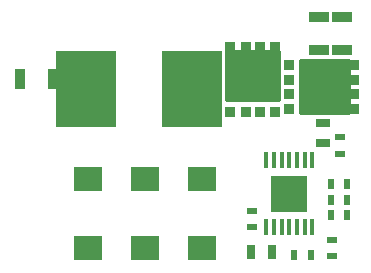
<source format=gtp>
G04*
G04 #@! TF.GenerationSoftware,Altium Limited,Altium Designer,20.1.8 (145)*
G04*
G04 Layer_Color=8421504*
%FSAX44Y44*%
%MOMM*%
G71*
G04*
G04 #@! TF.SameCoordinates,513F2EBE-DBB5-41E4-B840-0BD9831D4F27*
G04*
G04*
G04 #@! TF.FilePolarity,Positive*
G04*
G01*
G75*
G04:AMPARAMS|DCode=15|XSize=6.5mm|YSize=5mm|CornerRadius=0.025mm|HoleSize=0mm|Usage=FLASHONLY|Rotation=90.000|XOffset=0mm|YOffset=0mm|HoleType=Round|Shape=RoundedRectangle|*
%AMROUNDEDRECTD15*
21,1,6.5000,4.9500,0,0,90.0*
21,1,6.4500,5.0000,0,0,90.0*
1,1,0.0500,2.4750,3.2250*
1,1,0.0500,2.4750,-3.2250*
1,1,0.0500,-2.4750,-3.2250*
1,1,0.0500,-2.4750,3.2250*
%
%ADD15ROUNDEDRECTD15*%
G04:AMPARAMS|DCode=16|XSize=2.35mm|YSize=2.1mm|CornerRadius=0.0105mm|HoleSize=0mm|Usage=FLASHONLY|Rotation=180.000|XOffset=0mm|YOffset=0mm|HoleType=Round|Shape=RoundedRectangle|*
%AMROUNDEDRECTD16*
21,1,2.3500,2.0790,0,0,180.0*
21,1,2.3290,2.1000,0,0,180.0*
1,1,0.0210,-1.1645,1.0395*
1,1,0.0210,1.1645,1.0395*
1,1,0.0210,1.1645,-1.0395*
1,1,0.0210,-1.1645,-1.0395*
%
%ADD16ROUNDEDRECTD16*%
G04:AMPARAMS|DCode=17|XSize=0.9mm|YSize=0.8mm|CornerRadius=0.0535mm|HoleSize=0mm|Usage=FLASHONLY|Rotation=90.000|XOffset=0mm|YOffset=0mm|HoleType=Round|Shape=RoundedRectangle|*
%AMROUNDEDRECTD17*
21,1,0.9000,0.6930,0,0,90.0*
21,1,0.7930,0.8000,0,0,90.0*
1,1,0.1070,0.3465,0.3965*
1,1,0.1070,0.3465,-0.3965*
1,1,0.1070,-0.3465,-0.3965*
1,1,0.1070,-0.3465,0.3965*
%
%ADD17ROUNDEDRECTD17*%
G04:AMPARAMS|DCode=18|XSize=4.4mm|YSize=4.66mm|CornerRadius=0.0715mm|HoleSize=0mm|Usage=FLASHONLY|Rotation=90.000|XOffset=0mm|YOffset=0mm|HoleType=Round|Shape=RoundedRectangle|*
%AMROUNDEDRECTD18*
21,1,4.4000,4.5170,0,0,90.0*
21,1,4.2570,4.6600,0,0,90.0*
1,1,0.1430,2.2585,2.1285*
1,1,0.1430,2.2585,-2.1285*
1,1,0.1430,-2.2585,-2.1285*
1,1,0.1430,-2.2585,2.1285*
%
%ADD18ROUNDEDRECTD18*%
G04:AMPARAMS|DCode=19|XSize=2.9972mm|YSize=3.0988mm|CornerRadius=0.015mm|HoleSize=0mm|Usage=FLASHONLY|Rotation=90.000|XOffset=0mm|YOffset=0mm|HoleType=Round|Shape=RoundedRectangle|*
%AMROUNDEDRECTD19*
21,1,2.9972,3.0688,0,0,90.0*
21,1,2.9672,3.0988,0,0,90.0*
1,1,0.0300,1.5344,1.4836*
1,1,0.0300,1.5344,-1.4836*
1,1,0.0300,-1.5344,-1.4836*
1,1,0.0300,-1.5344,1.4836*
%
%ADD19ROUNDEDRECTD19*%
G04:AMPARAMS|DCode=20|XSize=1.4224mm|YSize=0.35mm|CornerRadius=0.0018mm|HoleSize=0mm|Usage=FLASHONLY|Rotation=270.000|XOffset=0mm|YOffset=0mm|HoleType=Round|Shape=RoundedRectangle|*
%AMROUNDEDRECTD20*
21,1,1.4224,0.3465,0,0,270.0*
21,1,1.4189,0.3500,0,0,270.0*
1,1,0.0035,-0.1733,-0.7095*
1,1,0.0035,-0.1733,0.7095*
1,1,0.0035,0.1733,0.7095*
1,1,0.0035,0.1733,-0.7095*
%
%ADD20ROUNDEDRECTD20*%
G04:AMPARAMS|DCode=21|XSize=0.85mm|YSize=0.5mm|CornerRadius=0.0025mm|HoleSize=0mm|Usage=FLASHONLY|Rotation=270.000|XOffset=0mm|YOffset=0mm|HoleType=Round|Shape=RoundedRectangle|*
%AMROUNDEDRECTD21*
21,1,0.8500,0.4950,0,0,270.0*
21,1,0.8450,0.5000,0,0,270.0*
1,1,0.0050,-0.2475,-0.4225*
1,1,0.0050,-0.2475,0.4225*
1,1,0.0050,0.2475,0.4225*
1,1,0.0050,0.2475,-0.4225*
%
%ADD21ROUNDEDRECTD21*%
G04:AMPARAMS|DCode=22|XSize=1.2mm|YSize=0.7mm|CornerRadius=0.0035mm|HoleSize=0mm|Usage=FLASHONLY|Rotation=180.000|XOffset=0mm|YOffset=0mm|HoleType=Round|Shape=RoundedRectangle|*
%AMROUNDEDRECTD22*
21,1,1.2000,0.6930,0,0,180.0*
21,1,1.1930,0.7000,0,0,180.0*
1,1,0.0070,-0.5965,0.3465*
1,1,0.0070,0.5965,0.3465*
1,1,0.0070,0.5965,-0.3465*
1,1,0.0070,-0.5965,-0.3465*
%
%ADD22ROUNDEDRECTD22*%
G04:AMPARAMS|DCode=23|XSize=0.9mm|YSize=0.8mm|CornerRadius=0.0535mm|HoleSize=0mm|Usage=FLASHONLY|Rotation=0.000|XOffset=0mm|YOffset=0mm|HoleType=Round|Shape=RoundedRectangle|*
%AMROUNDEDRECTD23*
21,1,0.9000,0.6930,0,0,0.0*
21,1,0.7930,0.8000,0,0,0.0*
1,1,0.1070,0.3965,-0.3465*
1,1,0.1070,-0.3965,-0.3465*
1,1,0.1070,-0.3965,0.3465*
1,1,0.1070,0.3965,0.3465*
%
%ADD23ROUNDEDRECTD23*%
G04:AMPARAMS|DCode=24|XSize=4.4mm|YSize=4.66mm|CornerRadius=0.0715mm|HoleSize=0mm|Usage=FLASHONLY|Rotation=0.000|XOffset=0mm|YOffset=0mm|HoleType=Round|Shape=RoundedRectangle|*
%AMROUNDEDRECTD24*
21,1,4.4000,4.5170,0,0,0.0*
21,1,4.2570,4.6600,0,0,0.0*
1,1,0.1430,2.1285,-2.2585*
1,1,0.1430,-2.1285,-2.2585*
1,1,0.1430,-2.1285,2.2585*
1,1,0.1430,2.1285,2.2585*
%
%ADD24ROUNDEDRECTD24*%
G04:AMPARAMS|DCode=25|XSize=0.85mm|YSize=0.5mm|CornerRadius=0.0025mm|HoleSize=0mm|Usage=FLASHONLY|Rotation=180.000|XOffset=0mm|YOffset=0mm|HoleType=Round|Shape=RoundedRectangle|*
%AMROUNDEDRECTD25*
21,1,0.8500,0.4950,0,0,180.0*
21,1,0.8450,0.5000,0,0,180.0*
1,1,0.0050,-0.4225,0.2475*
1,1,0.0050,0.4225,0.2475*
1,1,0.0050,0.4225,-0.2475*
1,1,0.0050,-0.4225,-0.2475*
%
%ADD25ROUNDEDRECTD25*%
G04:AMPARAMS|DCode=26|XSize=1.65mm|YSize=0.8mm|CornerRadius=0.004mm|HoleSize=0mm|Usage=FLASHONLY|Rotation=90.000|XOffset=0mm|YOffset=0mm|HoleType=Round|Shape=RoundedRectangle|*
%AMROUNDEDRECTD26*
21,1,1.6500,0.7920,0,0,90.0*
21,1,1.6420,0.8000,0,0,90.0*
1,1,0.0080,0.3960,0.8210*
1,1,0.0080,0.3960,-0.8210*
1,1,0.0080,-0.3960,-0.8210*
1,1,0.0080,-0.3960,0.8210*
%
%ADD26ROUNDEDRECTD26*%
G04:AMPARAMS|DCode=27|XSize=1.65mm|YSize=0.8mm|CornerRadius=0.004mm|HoleSize=0mm|Usage=FLASHONLY|Rotation=0.000|XOffset=0mm|YOffset=0mm|HoleType=Round|Shape=RoundedRectangle|*
%AMROUNDEDRECTD27*
21,1,1.6500,0.7920,0,0,0.0*
21,1,1.6420,0.8000,0,0,0.0*
1,1,0.0080,0.8210,-0.3960*
1,1,0.0080,-0.8210,-0.3960*
1,1,0.0080,-0.8210,0.3960*
1,1,0.0080,0.8210,0.3960*
%
%ADD27ROUNDEDRECTD27*%
G04:AMPARAMS|DCode=28|XSize=0.85mm|YSize=0.55mm|CornerRadius=0.0028mm|HoleSize=0mm|Usage=FLASHONLY|Rotation=180.000|XOffset=0mm|YOffset=0mm|HoleType=Round|Shape=RoundedRectangle|*
%AMROUNDEDRECTD28*
21,1,0.8500,0.5445,0,0,180.0*
21,1,0.8445,0.5500,0,0,180.0*
1,1,0.0055,-0.4223,0.2723*
1,1,0.0055,0.4223,0.2723*
1,1,0.0055,0.4223,-0.2723*
1,1,0.0055,-0.4223,-0.2723*
%
%ADD28ROUNDEDRECTD28*%
G04:AMPARAMS|DCode=29|XSize=1.2mm|YSize=0.7mm|CornerRadius=0.0035mm|HoleSize=0mm|Usage=FLASHONLY|Rotation=90.000|XOffset=0mm|YOffset=0mm|HoleType=Round|Shape=RoundedRectangle|*
%AMROUNDEDRECTD29*
21,1,1.2000,0.6930,0,0,90.0*
21,1,1.1930,0.7000,0,0,90.0*
1,1,0.0070,0.3465,0.5965*
1,1,0.0070,0.3465,-0.5965*
1,1,0.0070,-0.3465,-0.5965*
1,1,0.0070,-0.3465,0.5965*
%
%ADD29ROUNDEDRECTD29*%
G04:AMPARAMS|DCode=30|XSize=0.85mm|YSize=0.55mm|CornerRadius=0.0028mm|HoleSize=0mm|Usage=FLASHONLY|Rotation=90.000|XOffset=0mm|YOffset=0mm|HoleType=Round|Shape=RoundedRectangle|*
%AMROUNDEDRECTD30*
21,1,0.8500,0.5445,0,0,90.0*
21,1,0.8445,0.5500,0,0,90.0*
1,1,0.0055,0.2723,0.4223*
1,1,0.0055,0.2723,-0.4223*
1,1,0.0055,-0.2723,-0.4223*
1,1,0.0055,-0.2723,0.4223*
%
%ADD30ROUNDEDRECTD30*%
G36*
X00234813Y00167942D02*
X00221613D01*
Y00180275D01*
X00234813D01*
Y00167942D01*
D02*
G37*
G36*
X00219613D02*
X00206413D01*
Y00180275D01*
X00219613D01*
Y00167942D01*
D02*
G37*
G36*
X00204413D02*
X00191213D01*
Y00180275D01*
X00204413D01*
Y00167942D01*
D02*
G37*
G36*
X00234813Y00153608D02*
X00221613D01*
Y00165942D01*
X00234813D01*
Y00153608D01*
D02*
G37*
G36*
X00219613D02*
X00206413D01*
Y00165942D01*
X00219613D01*
Y00153608D01*
D02*
G37*
G36*
X00204413D02*
X00191213D01*
Y00165942D01*
X00204413D01*
Y00153608D01*
D02*
G37*
G36*
X00234813Y00139275D02*
X00221613D01*
Y00151608D01*
X00234813D01*
Y00139275D01*
D02*
G37*
G36*
X00219613D02*
X00206413D01*
Y00151608D01*
X00219613D01*
Y00139275D01*
D02*
G37*
G36*
X00204413D02*
X00191213D01*
Y00151608D01*
X00204413D01*
Y00139275D01*
D02*
G37*
G36*
X00294038Y00160350D02*
X00281705D01*
Y00173550D01*
X00294038D01*
Y00160350D01*
D02*
G37*
G36*
X00279705D02*
X00267372D01*
Y00173550D01*
X00279705D01*
Y00160350D01*
D02*
G37*
G36*
X00265372D02*
X00253038D01*
Y00173550D01*
X00265372D01*
Y00160350D01*
D02*
G37*
G36*
X00294038Y00145150D02*
X00281705D01*
Y00158350D01*
X00294038D01*
Y00145150D01*
D02*
G37*
G36*
X00279705D02*
X00267372D01*
Y00158350D01*
X00279705D01*
Y00145150D01*
D02*
G37*
G36*
X00265372D02*
X00253038D01*
Y00158350D01*
X00265372D01*
Y00145150D01*
D02*
G37*
G36*
X00294038Y00129950D02*
X00281705D01*
Y00143150D01*
X00294038D01*
Y00129950D01*
D02*
G37*
G36*
X00279705D02*
X00267372D01*
Y00143150D01*
X00279705D01*
Y00129950D01*
D02*
G37*
G36*
X00265372D02*
X00253038D01*
Y00143150D01*
X00265372D01*
Y00129950D01*
D02*
G37*
D15*
X00162003Y00150000D02*
D03*
X00072003D02*
D03*
D16*
X00121753Y00073999D02*
D03*
Y00015499D02*
D03*
X00169755D02*
D03*
Y00073999D02*
D03*
X00073750Y00015499D02*
D03*
Y00073999D02*
D03*
D17*
X00194013Y00130250D02*
D03*
Y00185300D02*
D03*
X00207013D02*
D03*
X00219013D02*
D03*
X00232013D02*
D03*
Y00130250D02*
D03*
X00219013D02*
D03*
X00207013D02*
D03*
D18*
X00213013Y00160775D02*
D03*
D19*
X00244013Y00061354D02*
D03*
D20*
X00224513Y00089802D02*
D03*
X00231013D02*
D03*
X00237513D02*
D03*
X00244013D02*
D03*
X00250513D02*
D03*
X00257013D02*
D03*
X00263513D02*
D03*
X00263513Y00032906D02*
D03*
X00257013D02*
D03*
X00250513D02*
D03*
X00244013D02*
D03*
X00237513D02*
D03*
X00231013D02*
D03*
X00224513D02*
D03*
D21*
X00279000Y00069500D02*
D03*
X00293000D02*
D03*
X00279000Y00056280D02*
D03*
X00293000D02*
D03*
X00262025Y00009240D02*
D03*
X00248025D02*
D03*
D22*
X00272565Y00104309D02*
D03*
Y00121309D02*
D03*
D23*
X00244013Y00157750D02*
D03*
Y00145750D02*
D03*
Y00132750D02*
D03*
X00299063D02*
D03*
Y00145750D02*
D03*
Y00157750D02*
D03*
Y00170750D02*
D03*
X00244013D02*
D03*
D24*
X00274538Y00151750D02*
D03*
D25*
X00287066Y00095271D02*
D03*
Y00109271D02*
D03*
D26*
X00015742Y00158750D02*
D03*
X00044242D02*
D03*
D27*
X00269064Y00182753D02*
D03*
Y00211253D02*
D03*
X00289067D02*
D03*
Y00182753D02*
D03*
D28*
X00212832Y00046906D02*
D03*
Y00032906D02*
D03*
X00280024Y00008516D02*
D03*
Y00022516D02*
D03*
D29*
X00228989Y00012252D02*
D03*
X00211989D02*
D03*
D30*
X00279000Y00043471D02*
D03*
X00293000D02*
D03*
M02*

</source>
